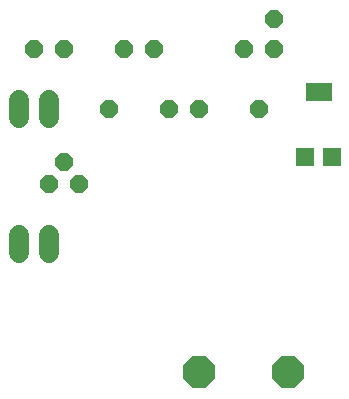
<source format=gbr>
G04 EAGLE Gerber RS-274X export*
G75*
%MOMM*%
%FSLAX34Y34*%
%LPD*%
%INSoldermask Top*%
%IPPOS*%
%AMOC8*
5,1,8,0,0,1.08239X$1,22.5*%
G01*
%ADD10P,2.969212X8X22.500000*%
%ADD11C,1.727200*%
%ADD12P,1.649562X8X22.500000*%
%ADD13R,1.503200X1.503200*%
%ADD14R,2.203200X1.503200*%


D10*
X191008Y184150D03*
X266192Y184150D03*
D11*
X38100Y284480D02*
X38100Y299720D01*
X63500Y299720D02*
X63500Y284480D01*
D12*
X50800Y457200D03*
X76200Y457200D03*
X127000Y457200D03*
X152400Y457200D03*
D11*
X38100Y414020D02*
X38100Y398780D01*
X63500Y398780D02*
X63500Y414020D01*
D12*
X88900Y342900D03*
X76200Y361950D03*
X63500Y342900D03*
X228600Y457200D03*
X254000Y457200D03*
X254000Y482600D03*
X190500Y406400D03*
X241300Y406400D03*
D13*
X280600Y366200D03*
X303600Y366200D03*
D14*
X292100Y421200D03*
D12*
X114300Y406400D03*
X165100Y406400D03*
M02*

</source>
